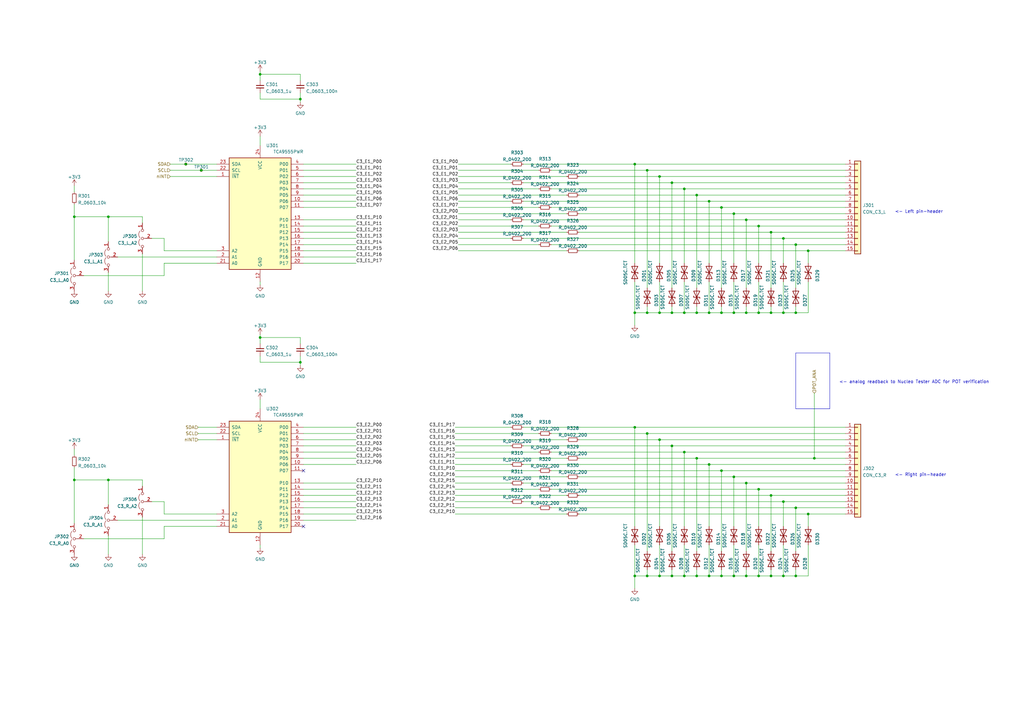
<source format=kicad_sch>
(kicad_sch (version 20231120) (generator "eeschema") (generator_version "8.0")
  (paper "A3")
  (title_block (title "ClickBoard Tester") (date "2023-10-13") (rev "001") (company "Matthias Timo Finding"))
  (junction (at 321.31 205.74))
  (junction (at 285.75 236.22))
  (junction (at 265.43 128.27))
  (junction (at 270.51 72.39))
  (junction (at 295.91 85.09))
  (junction (at 285.75 187.96))
  (junction (at 280.67 185.42))
  (junction (at 285.75 80.01))
  (junction (at 44.45 196.85))
  (junction (at 280.67 77.47))
  (junction (at 290.83 190.5))
  (junction (at 316.23 236.22))
  (junction (at 44.45 88.9))
  (junction (at 334.01 187.96))
  (junction (at 326.39 236.22))
  (junction (at 295.91 236.22))
  (junction (at 316.23 203.2))
  (junction (at 106.68 30.48))
  (junction (at 311.15 200.66))
  (junction (at 76.2 67.31))
  (junction (at 306.07 236.22))
  (junction (at 280.67 236.22))
  (junction (at 311.15 236.22))
  (junction (at 265.43 177.8))
  (junction (at 306.07 128.27))
  (junction (at 331.47 210.82))
  (junction (at 300.99 236.22))
  (junction (at 300.99 128.27))
  (junction (at 316.23 95.25))
  (junction (at 321.31 236.22))
  (junction (at 123.19 40.64))
  (junction (at 275.59 74.93))
  (junction (at 270.51 128.27))
  (junction (at 295.91 193.04))
  (junction (at 290.83 236.22))
  (junction (at 300.99 87.63))
  (junction (at 275.59 182.88))
  (junction (at 30.48 88.9))
  (junction (at 321.31 128.27))
  (junction (at 82.55 69.85))
  (junction (at 30.48 196.85))
  (junction (at 326.39 208.28))
  (junction (at 326.39 100.33))
  (junction (at 290.83 82.55))
  (junction (at 270.51 236.22))
  (junction (at 270.51 180.34))
  (junction (at 300.99 195.58))
  (junction (at 275.59 236.22))
  (junction (at 260.35 175.26))
  (junction (at 106.68 138.43))
  (junction (at 306.07 198.12))
  (junction (at 260.35 67.31))
  (junction (at 295.91 128.27))
  (junction (at 316.23 128.27))
  (junction (at 260.35 128.27))
  (junction (at 260.35 236.22))
  (junction (at 326.39 128.27))
  (junction (at 311.15 92.71))
  (junction (at 285.75 128.27))
  (junction (at 331.47 102.87))
  (junction (at 265.43 69.85))
  (junction (at 290.83 128.27))
  (junction (at 123.19 148.59))
  (junction (at 311.15 128.27))
  (junction (at 265.43 236.22))
  (junction (at 280.67 128.27))
  (junction (at 275.59 128.27))
  (junction (at 306.07 90.17))
  (junction (at 321.31 97.79))
  (no_connect (at 124.46 215.9))
  (no_connect (at 124.46 193.04))
  (wire (pts (xy 260.35 175.26) (xy 260.35 215.9)))
  (wire (pts (xy 214.63 175.26) (xy 260.35 175.26)))
  (wire (pts (xy 316.23 128.27) (xy 311.15 128.27)))
  (wire (pts (xy 187.96 72.39) (xy 232.41 72.39)))
  (wire (pts (xy 226.06 193.04) (xy 295.91 193.04)))
  (wire (pts (xy 124.46 69.85) (xy 146.05 69.85)))
  (wire (pts (xy 124.46 200.66) (xy 146.05 200.66)))
  (wire (pts (xy 290.83 115.57) (xy 290.83 128.27)))
  (wire (pts (xy 334.01 161.29) (xy 334.01 187.96)))
  (wire (pts (xy 270.51 180.34) (xy 270.51 215.9)))
  (wire (pts (xy 124.46 74.93) (xy 146.05 74.93)))
  (wire (pts (xy 124.46 100.33) (xy 146.05 100.33)))
  (wire (pts (xy 290.83 128.27) (xy 285.75 128.27)))
  (wire (pts (xy 214.63 90.17) (xy 306.07 90.17)))
  (wire (pts (xy 187.96 87.63) (xy 232.41 87.63)))
  (wire (pts (xy 280.67 223.52) (xy 280.67 236.22)))
  (wire (pts (xy 106.68 223.52) (xy 106.68 224.79)))
  (wire (pts (xy 44.45 88.9) (xy 58.42 88.9)))
  (wire (pts (xy 124.46 177.8) (xy 146.05 177.8)))
  (wire (pts (xy 186.69 180.34) (xy 232.41 180.34)))
  (wire (pts (xy 265.43 177.8) (xy 346.71 177.8)))
  (wire (pts (xy 311.15 200.66) (xy 346.71 200.66)))
  (wire (pts (xy 48.26 213.36) (xy 88.9 213.36)))
  (wire (pts (xy 62.23 97.79) (xy 67.31 97.79)))
  (wire (pts (xy 331.47 115.57) (xy 331.47 128.27)))
  (wire (pts (xy 311.15 128.27) (xy 306.07 128.27)))
  (wire (pts (xy 346.71 87.63) (xy 300.99 87.63)))
  (wire (pts (xy 44.45 219.71) (xy 44.45 227.33)))
  (wire (pts (xy 214.63 198.12) (xy 306.07 198.12)))
  (wire (pts (xy 124.46 208.28) (xy 146.05 208.28)))
  (wire (pts (xy 326.39 125.73) (xy 326.39 128.27)))
  (wire (pts (xy 186.69 210.82) (xy 232.41 210.82)))
  (wire (pts (xy 124.46 97.79) (xy 146.05 97.79)))
  (wire (pts (xy 290.83 190.5) (xy 346.71 190.5)))
  (wire (pts (xy 226.06 85.09) (xy 295.91 85.09)))
  (wire (pts (xy 285.75 226.06) (xy 285.75 187.96)))
  (wire (pts (xy 346.71 102.87) (xy 331.47 102.87)))
  (wire (pts (xy 270.51 223.52) (xy 270.51 236.22)))
  (wire (pts (xy 316.23 233.68) (xy 316.23 236.22)))
  (wire (pts (xy 270.51 236.22) (xy 265.43 236.22)))
  (wire (pts (xy 326.39 236.22) (xy 331.47 236.22)))
  (wire (pts (xy 123.19 148.59) (xy 123.19 149.86)))
  (wire (pts (xy 321.31 223.52) (xy 321.31 236.22)))
  (wire (pts (xy 275.59 182.88) (xy 275.59 226.06)))
  (polyline (pts (xy 326.39 144.78) (xy 340.36 144.78)))
  (wire (pts (xy 311.15 115.57) (xy 311.15 128.27)))
  (wire (pts (xy 237.49 80.01) (xy 285.75 80.01)))
  (wire (pts (xy 124.46 92.71) (xy 146.05 92.71)))
  (wire (pts (xy 67.31 102.87) (xy 88.9 102.87)))
  (wire (pts (xy 326.39 208.28) (xy 346.71 208.28)))
  (wire (pts (xy 76.2 67.31) (xy 88.9 67.31)))
  (wire (pts (xy 306.07 128.27) (xy 300.99 128.27)))
  (wire (pts (xy 186.69 177.8) (xy 220.98 177.8)))
  (wire (pts (xy 270.51 180.34) (xy 346.71 180.34)))
  (wire (pts (xy 214.63 190.5) (xy 290.83 190.5)))
  (wire (pts (xy 295.91 193.04) (xy 346.71 193.04)))
  (wire (pts (xy 260.35 128.27) (xy 260.35 133.35)))
  (wire (pts (xy 214.63 74.93) (xy 275.59 74.93)))
  (wire (pts (xy 285.75 80.01) (xy 346.71 80.01)))
  (wire (pts (xy 214.63 205.74) (xy 321.31 205.74)))
  (wire (pts (xy 187.96 90.17) (xy 209.55 90.17)))
  (wire (pts (xy 187.96 80.01) (xy 232.41 80.01)))
  (wire (pts (xy 331.47 223.52) (xy 331.47 236.22)))
  (wire (pts (xy 69.85 72.39) (xy 88.9 72.39)))
  (wire (pts (xy 124.46 205.74) (xy 146.05 205.74)))
  (wire (pts (xy 326.39 100.33) (xy 346.71 100.33)))
  (wire (pts (xy 270.51 72.39) (xy 270.51 107.95)))
  (wire (pts (xy 44.45 111.76) (xy 44.45 119.38)))
  (wire (pts (xy 124.46 190.5) (xy 146.05 190.5)))
  (wire (pts (xy 306.07 236.22) (xy 300.99 236.22)))
  (wire (pts (xy 81.28 177.8) (xy 88.9 177.8)))
  (wire (pts (xy 123.19 40.64) (xy 123.19 38.1)))
  (wire (pts (xy 237.49 87.63) (xy 300.99 87.63)))
  (wire (pts (xy 81.28 180.34) (xy 88.9 180.34)))
  (wire (pts (xy 106.68 115.57) (xy 106.68 116.84)))
  (wire (pts (xy 124.46 82.55) (xy 146.05 82.55)))
  (wire (pts (xy 306.07 90.17) (xy 306.07 118.11)))
  (wire (pts (xy 306.07 233.68) (xy 306.07 236.22)))
  (wire (pts (xy 280.67 77.47) (xy 346.71 77.47)))
  (wire (pts (xy 58.42 104.14) (xy 58.42 119.38)))
  (wire (pts (xy 321.31 205.74) (xy 321.31 215.9)))
  (wire (pts (xy 237.49 102.87) (xy 331.47 102.87)))
  (wire (pts (xy 280.67 185.42) (xy 280.67 215.9)))
  (wire (pts (xy 295.91 125.73) (xy 295.91 128.27)))
  (wire (pts (xy 58.42 199.39) (xy 58.42 196.85)))
  (wire (pts (xy 124.46 67.31) (xy 146.05 67.31)))
  (wire (pts (xy 300.99 87.63) (xy 300.99 107.95)))
  (wire (pts (xy 316.23 203.2) (xy 316.23 226.06)))
  (wire (pts (xy 214.63 82.55) (xy 290.83 82.55)))
  (wire (pts (xy 214.63 97.79) (xy 321.31 97.79)))
  (wire (pts (xy 237.49 203.2) (xy 316.23 203.2)))
  (wire (pts (xy 285.75 128.27) (xy 280.67 128.27)))
  (wire (pts (xy 186.69 198.12) (xy 209.55 198.12)))
  (wire (pts (xy 187.96 97.79) (xy 209.55 97.79)))
  (wire (pts (xy 214.63 67.31) (xy 260.35 67.31)))
  (wire (pts (xy 275.59 128.27) (xy 280.67 128.27)))
  (wire (pts (xy 186.69 195.58) (xy 232.41 195.58)))
  (wire (pts (xy 123.19 138.43) (xy 106.68 138.43)))
  (wire (pts (xy 124.46 95.25) (xy 146.05 95.25)))
  (wire (pts (xy 67.31 210.82) (xy 67.31 205.74)))
  (wire (pts (xy 346.71 210.82) (xy 331.47 210.82)))
  (wire (pts (xy 226.06 69.85) (xy 265.43 69.85)))
  (wire (pts (xy 187.96 67.31) (xy 209.55 67.31)))
  (wire (pts (xy 187.96 102.87) (xy 232.41 102.87)))
  (wire (pts (xy 186.69 208.28) (xy 220.98 208.28)))
  (wire (pts (xy 106.68 138.43) (xy 106.68 140.97)))
  (wire (pts (xy 321.31 236.22) (xy 326.39 236.22)))
  (wire (pts (xy 331.47 210.82) (xy 331.47 215.9)))
  (wire (pts (xy 326.39 128.27) (xy 331.47 128.27)))
  (polyline (pts (xy 340.36 144.78) (xy 340.36 167.64)))
  (wire (pts (xy 186.69 182.88) (xy 209.55 182.88)))
  (wire (pts (xy 123.19 148.59) (xy 123.19 146.05)))
  (wire (pts (xy 290.83 223.52) (xy 290.83 236.22)))
  (wire (pts (xy 275.59 182.88) (xy 346.71 182.88)))
  (wire (pts (xy 124.46 90.17) (xy 146.05 90.17)))
  (wire (pts (xy 124.46 107.95) (xy 146.05 107.95)))
  (wire (pts (xy 124.46 180.34) (xy 146.05 180.34)))
  (wire (pts (xy 326.39 233.68) (xy 326.39 236.22)))
  (wire (pts (xy 295.91 193.04) (xy 295.91 226.06)))
  (wire (pts (xy 306.07 90.17) (xy 346.71 90.17)))
  (wire (pts (xy 186.69 185.42) (xy 220.98 185.42)))
  (wire (pts (xy 290.83 82.55) (xy 346.71 82.55)))
  (wire (pts (xy 34.29 113.03) (xy 67.31 113.03)))
  (wire (pts (xy 260.35 115.57) (xy 260.35 128.27)))
  (wire (pts (xy 187.96 85.09) (xy 220.98 85.09)))
  (wire (pts (xy 214.63 182.88) (xy 275.59 182.88)))
  (wire (pts (xy 124.46 187.96) (xy 146.05 187.96)))
  (wire (pts (xy 226.06 92.71) (xy 311.15 92.71)))
  (wire (pts (xy 44.45 196.85) (xy 58.42 196.85)))
  (wire (pts (xy 124.46 213.36) (xy 146.05 213.36)))
  (wire (pts (xy 82.55 69.85) (xy 88.9 69.85)))
  (wire (pts (xy 306.07 125.73) (xy 306.07 128.27)))
  (wire (pts (xy 237.49 72.39) (xy 270.51 72.39)))
  (wire (pts (xy 30.48 78.74) (xy 30.48 76.2)))
  (wire (pts (xy 285.75 187.96) (xy 334.01 187.96)))
  (wire (pts (xy 67.31 210.82) (xy 88.9 210.82)))
  (wire (pts (xy 123.19 30.48) (xy 106.68 30.48)))
  (wire (pts (xy 311.15 92.71) (xy 311.15 107.95)))
  (wire (pts (xy 321.31 128.27) (xy 326.39 128.27)))
  (wire (pts (xy 226.06 208.28) (xy 326.39 208.28)))
  (wire (pts (xy 316.23 125.73) (xy 316.23 128.27)))
  (wire (pts (xy 265.43 233.68) (xy 265.43 236.22)))
  (wire (pts (xy 106.68 29.21) (xy 106.68 30.48)))
  (wire (pts (xy 124.46 185.42) (xy 146.05 185.42)))
  (wire (pts (xy 187.96 69.85) (xy 220.98 69.85)))
  (wire (pts (xy 44.45 196.85) (xy 44.45 207.01)))
  (wire (pts (xy 265.43 177.8) (xy 265.43 226.06)))
  (wire (pts (xy 226.06 185.42) (xy 280.67 185.42)))
  (wire (pts (xy 106.68 40.64) (xy 123.19 40.64)))
  (wire (pts (xy 30.48 214.63) (xy 30.48 196.85)))
  (wire (pts (xy 226.06 77.47) (xy 280.67 77.47)))
  (wire (pts (xy 265.43 128.27) (xy 260.35 128.27)))
  (wire (pts (xy 124.46 182.88) (xy 146.05 182.88)))
  (wire (pts (xy 316.23 203.2) (xy 346.71 203.2)))
  (wire (pts (xy 58.42 212.09) (xy 58.42 227.33)))
  (wire (pts (xy 280.67 77.47) (xy 280.67 107.95)))
  (wire (pts (xy 260.35 223.52) (xy 260.35 236.22)))
  (wire (pts (xy 237.49 180.34) (xy 270.51 180.34)))
  (wire (pts (xy 300.99 128.27) (xy 295.91 128.27)))
  (wire (pts (xy 260.35 67.31) (xy 346.71 67.31)))
  (wire (pts (xy 316.23 236.22) (xy 311.15 236.22)))
  (wire (pts (xy 67.31 102.87) (xy 67.31 97.79)))
  (wire (pts (xy 346.71 195.58) (xy 300.99 195.58)))
  (polyline (pts (xy 340.36 167.64) (xy 326.39 167.64)))
  (wire (pts (xy 81.28 175.26) (xy 88.9 175.26)))
  (wire (pts (xy 67.31 215.9) (xy 67.31 220.98)))
  (polyline (pts (xy 326.39 167.64) (xy 326.39 144.78)))
  (wire (pts (xy 226.06 100.33) (xy 326.39 100.33)))
  (wire (pts (xy 300.99 195.58) (xy 300.99 215.9)))
  (wire (pts (xy 260.35 175.26) (xy 346.71 175.26)))
  (wire (pts (xy 237.49 195.58) (xy 300.99 195.58)))
  (wire (pts (xy 44.45 88.9) (xy 44.45 99.06)))
  (wire (pts (xy 106.68 148.59) (xy 123.19 148.59)))
  (wire (pts (xy 106.68 146.05) (xy 106.68 148.59)))
  (wire (pts (xy 34.29 220.98) (xy 67.31 220.98)))
  (wire (pts (xy 290.83 190.5) (xy 290.83 215.9)))
  (wire (pts (xy 124.46 210.82) (xy 146.05 210.82)))
  (wire (pts (xy 226.06 200.66) (xy 311.15 200.66)))
  (wire (pts (xy 321.31 115.57) (xy 321.31 128.27)))
  (wire (pts (xy 48.26 105.41) (xy 88.9 105.41)))
  (wire (pts (xy 30.48 186.69) (xy 30.48 184.15)))
  (wire (pts (xy 285.75 236.22) (xy 280.67 236.22)))
  (wire (pts (xy 123.19 33.02) (xy 123.19 30.48)))
  (wire (pts (xy 124.46 105.41) (xy 146.05 105.41)))
  (wire (pts (xy 67.31 107.95) (xy 88.9 107.95)))
  (wire (pts (xy 30.48 106.68) (xy 30.48 88.9)))
  (wire (pts (xy 270.51 128.27) (xy 265.43 128.27)))
  (wire (pts (xy 187.96 100.33) (xy 220.98 100.33)))
  (wire (pts (xy 326.39 100.33) (xy 326.39 118.11)))
  (wire (pts (xy 69.85 67.31) (xy 76.2 67.31)))
  (wire (pts (xy 186.69 200.66) (xy 220.98 200.66)))
  (wire (pts (xy 295.91 85.09) (xy 346.71 85.09)))
  (wire (pts (xy 123.19 40.64) (xy 123.19 41.91)))
  (wire (pts (xy 346.71 205.74) (xy 321.31 205.74)))
  (wire (pts (xy 30.48 196.85) (xy 44.45 196.85)))
  (wire (pts (xy 30.48 196.85) (xy 30.48 191.77)))
  (wire (pts (xy 270.51 115.57) (xy 270.51 128.27)))
  (wire (pts (xy 331.47 102.87) (xy 331.47 107.95)))
  (wire (pts (xy 62.23 205.74) (xy 67.31 205.74)))
  (wire (pts (xy 226.06 177.8) (xy 265.43 177.8)))
  (wire (pts (xy 260.35 67.31) (xy 260.35 107.95)))
  (wire (pts (xy 187.96 95.25) (xy 232.41 95.25)))
  (wire (pts (xy 124.46 102.87) (xy 146.05 102.87)))
  (wire (pts (xy 311.15 200.66) (xy 311.15 215.9)))
  (wire (pts (xy 321.31 97.79) (xy 321.31 107.95)))
  (wire (pts (xy 270.51 72.39) (xy 346.71 72.39)))
  (wire (pts (xy 290.83 82.55) (xy 290.83 107.95)))
  (wire (pts (xy 326.39 208.28) (xy 326.39 226.06)))
  (wire (pts (xy 265.43 69.85) (xy 346.71 69.85)))
  (wire (pts (xy 67.31 107.95) (xy 67.31 113.03)))
  (wire (pts (xy 311.15 236.22) (xy 306.07 236.22)))
  (wire (pts (xy 270.51 236.22) (xy 275.59 236.22)))
  (wire (pts (xy 124.46 72.39) (xy 146.05 72.39)))
  (wire (pts (xy 285.75 118.11) (xy 285.75 80.01)))
  (wire (pts (xy 300.99 236.22) (xy 295.91 236.22)))
  (wire (pts (xy 186.69 175.26) (xy 209.55 175.26)))
  (wire (pts (xy 186.69 190.5) (xy 209.55 190.5)))
  (wire (pts (xy 124.46 175.26) (xy 146.05 175.26)))
  (wire (pts (xy 124.46 85.09) (xy 146.05 85.09)))
  (wire (pts (xy 334.01 187.96) (xy 346.71 187.96)))
  (wire (pts (xy 265.43 236.22) (xy 260.35 236.22)))
  (wire (pts (xy 306.07 198.12) (xy 306.07 226.06)))
  (wire (pts (xy 270.51 128.27) (xy 275.59 128.27)))
  (wire (pts (xy 300.99 115.57) (xy 300.99 128.27)))
  (wire (pts (xy 321.31 128.27) (xy 316.23 128.27)))
  (wire (pts (xy 285.75 125.73) (xy 285.75 128.27)))
  (wire (pts (xy 237.49 210.82) (xy 331.47 210.82)))
  (wire (pts (xy 306.07 198.12) (xy 346.71 198.12)))
  (wire (pts (xy 316.23 95.25) (xy 316.23 118.11)))
  (wire (pts (xy 311.15 223.52) (xy 311.15 236.22)))
  (wire (pts (xy 123.19 140.97) (xy 123.19 138.43)))
  (wire (pts (xy 124.46 80.01) (xy 146.05 80.01)))
  (wire (pts (xy 187.96 74.93) (xy 209.55 74.93)))
  (wire (pts (xy 106.68 163.83) (xy 106.68 167.64)))
  (wire (pts (xy 124.46 198.12) (xy 146.05 198.12)))
  (wire (pts (xy 58.42 91.44) (xy 58.42 88.9)))
  (wire (pts (xy 30.48 88.9) (xy 44.45 88.9)))
  (wire (pts (xy 275.59 74.93) (xy 275.59 118.11)))
  (wire (pts (xy 321.31 236.22) (xy 316.23 236.22)))
  (wire (pts (xy 275.59 125.73) (xy 275.59 128.27)))
  (wire (pts (xy 295.91 233.68) (xy 295.91 236.22)))
  (wire (pts (xy 316.23 95.25) (xy 346.71 95.25)))
  (wire (pts (xy 260.35 236.22) (xy 260.35 241.3)))
  (wire (pts (xy 186.69 193.04) (xy 220.98 193.04)))
  (wire (pts (xy 285.75 233.68) (xy 285.75 236.22)))
  (wire (pts (xy 237.49 95.25) (xy 316.23 95.25)))
  (wire (pts (xy 311.15 92.71) (xy 346.71 92.71)))
  (wire (pts (xy 187.96 92.71) (xy 220.98 92.71)))
  (wire (pts (xy 237.49 187.96) (xy 285.75 187.96)))
  (wire (pts (xy 124.46 203.2) (xy 146.05 203.2)))
  (wire (pts (xy 67.31 215.9) (xy 88.9 215.9)))
  (wire (pts (xy 186.69 203.2) (xy 232.41 203.2)))
  (wire (pts (xy 275.59 233.68) (xy 275.59 236.22)))
  (wire (pts (xy 290.83 236.22) (xy 285.75 236.22)))
  (wire (pts (xy 124.46 77.47) (xy 146.05 77.47)))
  (wire (pts (xy 265.43 125.73) (xy 265.43 128.27)))
  (wire (pts (xy 275.59 74.93) (xy 346.71 74.93)))
  (wire (pts (xy 295.91 85.09) (xy 295.91 118.11)))
  (wire (pts (xy 346.71 97.79) (xy 321.31 97.79)))
  (wire (pts (xy 295.91 236.22) (xy 290.83 236.22)))
  (wire (pts (xy 300.99 223.52) (xy 300.99 236.22)))
  (wire (pts (xy 69.85 69.85) (xy 82.55 69.85)))
  (wire (pts (xy 295.91 128.27) (xy 290.83 128.27)))
  (wire (pts (xy 186.69 205.74) (xy 209.55 205.74)))
  (wire (pts (xy 275.59 236.22) (xy 280.67 236.22)))
  (wire (pts (xy 30.48 88.9) (xy 30.48 83.82)))
  (wire (pts (xy 186.69 187.96) (xy 232.41 187.96)))
  (wire (pts (xy 265.43 69.85) (xy 265.43 118.11)))
  (wire (pts (xy 280.67 115.57) (xy 280.67 128.27)))
  (wire (pts (xy 106.68 55.88) (xy 106.68 59.69)))
  (wire (pts (xy 106.68 30.48) (xy 106.68 33.02)))
  (wire (pts (xy 106.68 38.1) (xy 106.68 40.64)))
  (wire (pts (xy 187.96 82.55) (xy 209.55 82.55)))
  (wire (pts (xy 106.68 137.16) (xy 106.68 138.43)))
  (wire (pts (xy 280.67 185.42) (xy 346.71 185.42)))
  (wire (pts (xy 187.96 77.47) (xy 220.98 77.47)))
  (text "<- Right pin-header\n" (at 367.03 195.58 0) (effects (font (size 1.27 1.27)) (justify left bottom)))
  (text "<- Left pin-header\n" (at 367.03 87.63 0) (effects (font (size 1.27 1.27)) (justify left bottom)))
  (text "<- analog readback to Nucleo Tester ADC for POT verification\n" (at 344.17 157.48 0) (effects (font (size 1.27 1.27)) (justify left bottom)))
  (label "C3_E1_P03" (at 187.96 74.93 180))
  (label "C3_E1_P15" (at 146.05 102.87 0))
  (label "C3_E2_P15" (at 186.69 198.12 180))
  (label "C3_E1_P04" (at 187.96 77.47 180))
  (label "C3_E2_P03" (at 146.05 182.88 0))
  (label "C3_E2_P16" (at 146.05 213.36 0))
  (label "C3_E1_P15" (at 186.69 180.34 180))
  (label "C3_E1_P17" (at 186.69 175.26 180))
  (label "C3_E1_P06" (at 187.96 82.55 180))
  (label "C3_E2_P10" (at 186.69 210.82 180))
  (label "C3_E2_P16" (at 186.69 195.58 180))
  (label "C3_E2_P06" (at 187.96 102.87 180))
  (label "C3_E2_P14" (at 146.05 208.28 0))
  (label "C3_E2_P12" (at 186.69 205.74 180))
  (label "C3_E2_P14" (at 186.69 200.66 180))
  (label "C3_E2_P10" (at 146.05 198.12 0))
  (label "C3_E2_P13" (at 186.69 203.2 180))
  (label "C3_E1_P14" (at 186.69 182.88 180))
  (label "C3_E2_P12" (at 146.05 203.2 0))
  (label "C3_E1_P03" (at 146.05 74.93 0))
  (label "C3_E1_P00" (at 187.96 67.31 180))
  (label "C3_E2_P04" (at 187.96 97.79 180))
  (label "C3_E2_P00" (at 146.05 175.26 0))
  (label "C3_E2_P02" (at 187.96 92.71 180))
  (label "C3_E1_P06" (at 146.05 82.55 0))
  (label "C3_E1_P00" (at 146.05 67.31 0))
  (label "C3_E1_P02" (at 146.05 72.39 0))
  (label "C3_E2_P02" (at 146.05 180.34 0))
  (label "C3_E1_P02" (at 187.96 72.39 180))
  (label "C3_E1_P13" (at 186.69 185.42 180))
  (label "C3_E1_P07" (at 187.96 85.09 180))
  (label "C3_E2_P15" (at 146.05 210.82 0))
  (label "C3_E1_P12" (at 186.69 187.96 180))
  (label "C3_E1_P07" (at 146.05 85.09 0))
  (label "C3_E1_P12" (at 146.05 95.25 0))
  (label "C3_E2_P11" (at 186.69 208.28 180))
  (label "C3_E2_P03" (at 187.96 95.25 180))
  (label "C3_E1_P11" (at 186.69 190.5 180))
  (label "C3_E1_P05" (at 146.05 80.01 0))
  (label "C3_E2_P01" (at 146.05 177.8 0))
  (label "C3_E1_P10" (at 186.69 193.04 180))
  (label "C3_E1_P13" (at 146.05 97.79 0))
  (label "C3_E2_P00" (at 187.96 87.63 180))
  (label "C3_E2_P01" (at 187.96 90.17 180))
  (label "C3_E2_P05" (at 187.96 100.33 180))
  (label "C3_E1_P14" (at 146.05 100.33 0))
  (label "C3_E1_P16" (at 146.05 105.41 0))
  (label "C3_E1_P17" (at 146.05 107.95 0))
  (label "C3_E1_P10" (at 146.05 90.17 0))
  (label "C3_E1_P01" (at 146.05 69.85 0))
  (label "C3_E1_P05" (at 187.96 80.01 180))
  (label "C3_E1_P04" (at 146.05 77.47 0))
  (label "C3_E2_P06" (at 146.05 190.5 0))
  (label "C3_E1_P16" (at 186.69 177.8 180))
  (label "C3_E2_P13" (at 146.05 205.74 0))
  (label "C3_E1_P11" (at 146.05 92.71 0))
  (label "C3_E1_P01" (at 187.96 69.85 180))
  (label "C3_E2_P04" (at 146.05 185.42 0))
  (label "C3_E2_P11" (at 146.05 200.66 0))
  (label "C3_E2_P05" (at 146.05 187.96 0))
  (hierarchical_label "nINT" (shape input) (at 81.28 180.34 180))
  (hierarchical_label "POT_ANA" (shape input) (at 334.01 161.29 90))
  (hierarchical_label "SDA" (shape input) (at 81.28 175.26 180))
  (hierarchical_label "SCL" (shape input) (at 69.85 69.85 180))
  (hierarchical_label "SCL" (shape input) (at 81.28 177.8 180))
  (hierarchical_label "nINT" (shape input) (at 69.85 72.39 180))
  (hierarchical_label "SDA" (shape input) (at 69.85 67.31 180))
  (symbol (lib_id "JLCPCB_Resistors_Basic:R_0402_200") (at 212.09 175.26 90) (unit 1)
    (property "Reference" "R308" (at 212.09 170.5569 90))
    (property "Value" "R_0402_200" (at 212.09 173.332 90))
    (property "Footprint" "Resistor_SMD:R_0402_1005Metric" (effects (hide yes)))
    (property "Datasheet" "https://datasheet.lcsc.com/lcsc/2110252230_UNI-ROYAL-Uniroyal-Elec-0402WGF2000TCE_C25087.pdf" (effects (hide yes)))
    (property "LCSC Part #" "C25087" (effects (hide yes)))
  )
  (symbol (lib_id "JLCPCB_Resistors_Basic:R_0603_10k") (at 30.48 81.28 0) (unit 1)
    (property "Reference" "R301" (at 31.9786 80.3715 0) (effects (justify left)))
    (property "Value" "R_0603_10k" (at 31.9786 83.1466 0) (effects (justify left)))
    (property "Footprint" "Resistor_SMD:R_0603_1608Metric" (effects (hide yes)))
    (property "Datasheet" "https://datasheet.lcsc.com/lcsc/2110260030_UNI-ROYAL-Uniroyal-Elec-0603WAF1002T5E_C25804.pdf" (effects (hide yes)))
    (property "LCSC Part #" "C25804" (effects (hide yes)))
  )
  (symbol (lib_id "JLCPCB_Resistors_Basic:R_0402_200") (at 212.09 74.93 90) (unit 1)
    (property "Reference" "R304" (at 212.09 70.2269 90))
    (property "Value" "R_0402_200" (at 212.09 73.002 90))
    (property "Footprint" "Resistor_SMD:R_0402_1005Metric" (effects (hide yes)))
    (property "Datasheet" "https://datasheet.lcsc.com/lcsc/2110252230_UNI-ROYAL-Uniroyal-Elec-0402WGF2000TCE_C25087.pdf" (effects (hide yes)))
    (property "LCSC Part #" "C25087" (effects (hide yes)))
  )
  (symbol (lib_id "power:GND") (at 44.45 119.38 0) (unit 1)
    (property "Reference" "#PWR0305" (effects (hide yes)))
    (property "Value" "GND" (at 44.45 123.9425 0))
  )
  (symbol (lib_id "Device:D_TVS") (at 316.23 229.87 90) (unit 1)
    (property "Reference" "D324" (at 320.04 228.6 0) (effects (justify right)))
    (property "Value" "SD05C.TCT" (at 312.42 224.79 0) (effects (justify right)))
    (property "Footprint" "Diode_SMD:D_SOD-323_HandSoldering" (effects (hide yes)))
    (property "LCSC Part #" "C85200" (effects (hide yes)))
  )
  (symbol (lib_id "JLCPCB_Resistors_Basic:R_0402_200") (at 234.95 180.34 90) (unit 1)
    (property "Reference" "R328" (at 234.95 175.6369 90))
    (property "Value" "R_0402_200" (at 234.95 178.412 90))
    (property "Footprint" "Resistor_SMD:R_0402_1005Metric" (effects (hide yes)))
    (property "Datasheet" "https://datasheet.lcsc.com/lcsc/2110252230_UNI-ROYAL-Uniroyal-Elec-0402WGF2000TCE_C25087.pdf" (effects (hide yes)))
    (property "LCSC Part #" "C25087" (effects (hide yes)))
  )
  (symbol (lib_id "Device:D_TVS") (at 260.35 219.71 90) (unit 1)
    (property "Reference" "D302" (at 264.16 218.44 0) (effects (justify right)))
    (property "Value" "SD05C.TCT" (at 256.54 214.63 0) (effects (justify right)))
    (property "Footprint" "Diode_SMD:D_SOD-323_HandSoldering" (effects (hide yes)))
    (property "LCSC Part #" "C85200" (effects (hide yes)))
  )
  (symbol (lib_id "JLCPCB_Resistors_Basic:R_0402_200") (at 212.09 82.55 90) (unit 1)
    (property "Reference" "R305" (at 212.09 77.8469 90))
    (property "Value" "R_0402_200" (at 212.09 80.622 90))
    (property "Footprint" "Resistor_SMD:R_0402_1005Metric" (effects (hide yes)))
    (property "Datasheet" "https://datasheet.lcsc.com/lcsc/2110252230_UNI-ROYAL-Uniroyal-Elec-0402WGF2000TCE_C25087.pdf" (effects (hide yes)))
    (property "LCSC Part #" "C25087" (effects (hide yes)))
  )
  (symbol (lib_id "JLCPCB_Resistors_Basic:R_0402_200") (at 223.52 208.28 90) (unit 1)
    (property "Reference" "R322" (at 223.52 203.5769 90))
    (property "Value" "R_0402_200" (at 223.52 206.352 90))
    (property "Footprint" "Resistor_SMD:R_0402_1005Metric" (effects (hide yes)))
    (property "Datasheet" "https://datasheet.lcsc.com/lcsc/2110252230_UNI-ROYAL-Uniroyal-Elec-0402WGF2000TCE_C25087.pdf" (effects (hide yes)))
    (property "LCSC Part #" "C25087" (effects (hide yes)))
  )
  (symbol (lib_id "Device:D_TVS") (at 265.43 121.92 90) (unit 1)
    (property "Reference" "D303" (at 269.24 120.65 0) (effects (justify right)))
    (property "Value" "SD05C.TCT" (at 261.62 116.84 0) (effects (justify right)))
    (property "Footprint" "Diode_SMD:D_SOD-323_HandSoldering" (effects (hide yes)))
    (property "LCSC Part #" "C85200" (effects (hide yes)))
  )
  (symbol (lib_id "JLCPCB_Capacitors_Basic:C_0603_100n") (at 123.19 143.51 0) (unit 1)
    (property "Reference" "C304" (at 125.5141 142.6015 0) (effects (justify left)))
    (property "Value" "C_0603_100n" (at 125.5141 145.3766 0) (effects (justify left)))
    (property "Footprint" "Capacitor_SMD:C_0603_1608Metric" (effects (hide yes)))
    (property "Datasheet" "https://datasheet.lcsc.com/lcsc/1809301912_YAGEO-CC0603KRX7R9BB104_C14663.pdf" (effects (hide yes)))
    (property "LCSC Part #" "C14663" (effects (hide yes)))
  )
  (symbol (lib_id "JLCPCB_Resistors_Basic:R_0402_200") (at 223.52 185.42 90) (unit 1)
    (property "Reference" "R319" (at 223.52 180.7169 90))
    (property "Value" "R_0402_200" (at 223.52 183.492 90))
    (property "Footprint" "Resistor_SMD:R_0402_1005Metric" (effects (hide yes)))
    (property "Datasheet" "https://datasheet.lcsc.com/lcsc/2110252230_UNI-ROYAL-Uniroyal-Elec-0402WGF2000TCE_C25087.pdf" (effects (hide yes)))
    (property "LCSC Part #" "C25087" (effects (hide yes)))
  )
  (symbol (lib_id "Device:D_TVS") (at 306.07 229.87 90) (unit 1)
    (property "Reference" "D320" (at 309.88 228.6 0) (effects (justify right)))
    (property "Value" "SD05C.TCT" (at 302.26 224.79 0) (effects (justify right)))
    (property "Footprint" "Diode_SMD:D_SOD-323_HandSoldering" (effects (hide yes)))
    (property "LCSC Part #" "C85200" (effects (hide yes)))
  )
  (symbol (lib_id "Device:D_TVS") (at 270.51 111.76 90) (unit 1)
    (property "Reference" "D305" (at 274.32 110.49 0) (effects (justify right)))
    (property "Value" "SD05C.TCT" (at 266.7 106.68 0) (effects (justify right)))
    (property "Footprint" "Diode_SMD:D_SOD-323_HandSoldering" (effects (hide yes)))
    (property "LCSC Part #" "C85200" (effects (hide yes)))
  )
  (symbol (lib_id "JLCPCB_Resistors_Basic:R_0402_200") (at 223.52 85.09 90) (unit 1)
    (property "Reference" "R315" (at 223.52 80.3869 90))
    (property "Value" "R_0402_200" (at 223.52 83.162 90))
    (property "Footprint" "Resistor_SMD:R_0402_1005Metric" (effects (hide yes)))
    (property "Datasheet" "https://datasheet.lcsc.com/lcsc/2110252230_UNI-ROYAL-Uniroyal-Elec-0402WGF2000TCE_C25087.pdf" (effects (hide yes)))
    (property "LCSC Part #" "C25087" (effects (hide yes)))
  )
  (symbol (lib_id "JLCPCB_Resistors_Basic:R_0402_200") (at 223.52 100.33 90) (unit 1)
    (property "Reference" "R317" (at 223.52 95.6269 90))
    (property "Value" "R_0402_200" (at 223.52 98.402 90))
    (property "Footprint" "Resistor_SMD:R_0402_1005Metric" (effects (hide yes)))
    (property "Datasheet" "https://datasheet.lcsc.com/lcsc/2110252230_UNI-ROYAL-Uniroyal-Elec-0402WGF2000TCE_C25087.pdf" (effects (hide yes)))
    (property "LCSC Part #" "C25087" (effects (hide yes)))
  )
  (symbol (lib_id "JLCPCB_Resistors_Basic:R_0402_200") (at 234.95 72.39 90) (unit 1)
    (property "Reference" "R323" (at 234.95 67.6869 90))
    (property "Value" "R_0402_200" (at 234.95 70.462 90))
    (property "Footprint" "Resistor_SMD:R_0402_1005Metric" (effects (hide yes)))
    (property "Datasheet" "https://datasheet.lcsc.com/lcsc/2110252230_UNI-ROYAL-Uniroyal-Elec-0402WGF2000TCE_C25087.pdf" (effects (hide yes)))
    (property "LCSC Part #" "C25087" (effects (hide yes)))
  )
  (symbol (lib_id "Connector:TestPoint_Small") (at 76.2 67.31 0) (unit 1)
    (property "Reference" "TP302" (at 73.2408 65.5983 0) (effects (justify left)))
    (property "Value" "TestPoint_Small" (effects (hide yes)))
    (property "Footprint" "TestPoint:TestPoint_Pad_D1.0mm" (effects (hide yes)))
  )
  (symbol (lib_id "JLCPCB_Resistors_Basic:R_0402_200") (at 234.95 80.01 90) (unit 1)
    (property "Reference" "R324" (at 234.95 75.3069 90))
    (property "Value" "R_0402_200" (at 234.95 78.082 90))
    (property "Footprint" "Resistor_SMD:R_0402_1005Metric" (effects (hide yes)))
    (property "Datasheet" "https://datasheet.lcsc.com/lcsc/2110252230_UNI-ROYAL-Uniroyal-Elec-0402WGF2000TCE_C25087.pdf" (effects (hide yes)))
    (property "LCSC Part #" "C25087" (effects (hide yes)))
  )
  (symbol (lib_id "power:GND") (at 260.35 133.35 0) (unit 1)
    (property "Reference" "#PWR0317" (effects (hide yes)))
    (property "Value" "GND" (at 260.35 137.9125 0))
  )
  (symbol (lib_id "Device:D_TVS") (at 300.99 219.71 90) (unit 1)
    (property "Reference" "D318" (at 304.8 218.44 0) (effects (justify right)))
    (property "Value" "SD05C.TCT" (at 297.18 214.63 0) (effects (justify right)))
    (property "Footprint" "Diode_SMD:D_SOD-323_HandSoldering" (effects (hide yes)))
    (property "LCSC Part #" "C85200" (effects (hide yes)))
  )
  (symbol (lib_id "JLCPCB_Resistors_Basic:R_0402_200") (at 234.95 195.58 90) (unit 1)
    (property "Reference" "R330" (at 234.95 190.8769 90))
    (property "Value" "R_0402_200" (at 234.95 193.652 90))
    (property "Footprint" "Resistor_SMD:R_0402_1005Metric" (effects (hide yes)))
    (property "Datasheet" "https://datasheet.lcsc.com/lcsc/2110252230_UNI-ROYAL-Uniroyal-Elec-0402WGF2000TCE_C25087.pdf" (effects (hide yes)))
    (property "LCSC Part #" "C25087" (effects (hide yes)))
  )
  (symbol (lib_id "JLCPCB_Resistors_Basic:R_0402_200") (at 223.52 193.04 90) (unit 1)
    (property "Reference" "R320" (at 223.52 188.3369 90))
    (property "Value" "R_0402_200" (at 223.52 191.112 90))
    (property "Footprint" "Resistor_SMD:R_0402_1005Metric" (effects (hide yes)))
    (property "Datasheet" "https://datasheet.lcsc.com/lcsc/2110252230_UNI-ROYAL-Uniroyal-Elec-0402WGF2000TCE_C25087.pdf" (effects (hide yes)))
    (property "LCSC Part #" "C25087" (effects (hide yes)))
  )
  (symbol (lib_id "Device:D_TVS") (at 295.91 229.87 90) (unit 1)
    (property "Reference" "D316" (at 299.72 228.6 0) (effects (justify right)))
    (property "Value" "SD05C.TCT" (at 292.1 224.79 0) (effects (justify right)))
    (property "Footprint" "Diode_SMD:D_SOD-323_HandSoldering" (effects (hide yes)))
    (property "LCSC Part #" "C85200" (effects (hide yes)))
  )
  (symbol (lib_id "JLCPCB_Resistors_Basic:R_0402_200") (at 212.09 97.79 90) (unit 1)
    (property "Reference" "R307" (at 212.09 93.0869 90))
    (property "Value" "R_0402_200" (at 212.09 95.862 90))
    (property "Footprint" "Resistor_SMD:R_0402_1005Metric" (effects (hide yes)))
    (property "Datasheet" "https://datasheet.lcsc.com/lcsc/2110252230_UNI-ROYAL-Uniroyal-Elec-0402WGF2000TCE_C25087.pdf" (effects (hide yes)))
    (property "LCSC Part #" "C25087" (effects (hide yes)))
  )
  (symbol (lib_id "Device:D_TVS") (at 311.15 219.71 90) (unit 1)
    (property "Reference" "D322" (at 314.96 218.44 0) (effects (justify right)))
    (property "Value" "SD05C.TCT" (at 307.34 214.63 0) (effects (justify right)))
    (property "Footprint" "Diode_SMD:D_SOD-323_HandSoldering" (effects (hide yes)))
    (property "LCSC Part #" "C85200" (effects (hide yes)))
  )
  (symbol (lib_id "power:+3V3") (at 106.68 137.16 0) (unit 1)
    (property "Reference" "#PWR0312" (effects (hide yes)))
    (property "Value" "+3V3" (at 106.68 133.5555 0))
  )
  (symbol (lib_id "Device:D_TVS") (at 285.75 229.87 90) (unit 1)
    (property "Reference" "D312" (at 289.56 228.6 0) (effects (justify right)))
    (property "Value" "SD05C.TCT" (at 281.94 224.79 0) (effects (justify right)))
    (property "Footprint" "Diode_SMD:D_SOD-323_HandSoldering" (effects (hide yes)))
    (property "LCSC Part #" "C85200" (effects (hide yes)))
  )
  (symbol (lib_id "Jumper:Jumper_3_Open") (at 44.45 105.41 90) (mirror x) (unit 1)
    (property "Reference" "JP303" (at 42.3158 104.5015 90) (effects (justify left)))
    (property "Value" "C3_L_A1" (at 42.3158 107.2766 90) (effects (justify left)))
    (property "Footprint" "Jumper:SolderJumper-3_P1.3mm_Open_RoundedPad1.0x1.5mm" (effects (hide yes)))
  )
  (symbol (lib_id "Device:D_TVS") (at 275.59 121.92 90) (unit 1)
    (property "Reference" "D307" (at 279.4 120.65 0) (effects (justify right)))
    (property "Value" "SD05C.TCT" (at 271.78 116.84 0) (effects (justify right)))
    (property "Footprint" "Diode_SMD:D_SOD-323_HandSoldering" (effects (hide yes)))
    (property "LCSC Part #" "C85200" (effects (hide yes)))
  )
  (symbol (lib_id "Device:D_TVS") (at 295.91 121.92 90) (unit 1)
    (property "Reference" "D315" (at 299.72 120.65 0) (effects (justify right)))
    (property "Value" "SD05C.TCT" (at 292.1 116.84 0) (effects (justify right)))
    (property "Footprint" "Diode_SMD:D_SOD-323_HandSoldering" (effects (hide yes)))
    (property "LCSC Part #" "C85200" (effects (hide yes)))
  )
  (symbol (lib_id "Device:D_TVS") (at 321.31 219.71 90) (unit 1)
    (property "Reference" "D326" (at 325.12 218.44 0) (effects (justify right)))
    (property "Value" "SD05C.TCT" (at 317.5 214.63 0) (effects (justify right)))
    (property "Footprint" "Diode_SMD:D_SOD-323_HandSoldering" (effects (hide yes)))
    (property "LCSC Part #" "C85200" (effects (hide yes)))
  )
  (symbol (lib_id "Connector:TestPoint_Small") (at 82.55 69.85 0) (unit 1)
    (property "Reference" "TP301" (at 79.5712 68.4326 0) (effects (justify left)))
    (property "Value" "TestPoint_Small" (effects (hide yes)))
    (property "Footprint" "TestPoint:TestPoint_Pad_D1.0mm" (effects (hide yes)))
  )
  (symbol (lib_id "JLCPCB_Resistors_Basic:R_0402_200") (at 234.95 203.2 90) (unit 1)
    (property "Reference" "R331" (at 234.95 198.4969 90))
    (property "Value" "R_0402_200" (at 234.95 201.272 90))
    (property "Footprint" "Resistor_SMD:R_0402_1005Metric" (effects (hide yes)))
    (property "Datasheet" "https://datasheet.lcsc.com/lcsc/2110252230_UNI-ROYAL-Uniroyal-Elec-0402WGF2000TCE_C25087.pdf" (effects (hide yes)))
    (property "LCSC Part #" "C25087" (effects (hide yes)))
  )
  (symbol (lib_id "Device:D_TVS") (at 280.67 111.76 90) (unit 1)
    (property "Reference" "D309" (at 284.48 110.49 0) (effects (justify right)))
    (property "Value" "SD05C.TCT" (at 276.86 106.68 0) (effects (justify right)))
    (property "Footprint" "Diode_SMD:D_SOD-323_HandSoldering" (effects (hide yes)))
    (property "LCSC Part #" "C85200" (effects (hide yes)))
  )
  (symbol (lib_id "power:GND") (at 123.19 149.86 0) (unit 1)
    (property "Reference" "#PWR0316" (effects (hide yes)))
    (property "Value" "GND" (at 123.19 154.4225 0))
  )
  (symbol (lib_id "JLCPCB_Resistors_Basic:R_0402_200") (at 223.52 177.8 90) (unit 1)
    (property "Reference" "R318" (at 223.52 173.0969 90))
    (property "Value" "R_0402_200" (at 223.52 175.872 90))
    (property "Footprint" "Resistor_SMD:R_0402_1005Metric" (effects (hide yes)))
    (property "Datasheet" "https://datasheet.lcsc.com/lcsc/2110252230_UNI-ROYAL-Uniroyal-Elec-0402WGF2000TCE_C25087.pdf" (effects (hide yes)))
    (property "LCSC Part #" "C25087" (effects (hide yes)))
  )
  (symbol (lib_id "JLCPCB_Resistors_Basic:R_0402_200") (at 234.95 187.96 90) (unit 1)
    (property "Reference" "R329" (at 234.95 183.2569 90))
    (property "Value" "R_0402_200" (at 234.95 186.032 90))
    (property "Footprint" "Resistor_SMD:R_0402_1005Metric" (effects (hide yes)))
    (property "Datasheet" "https://datasheet.lcsc.com/lcsc/2110252230_UNI-ROYAL-Uniroyal-Elec-0402WGF2000TCE_C25087.pdf" (effects (hide yes)))
    (property "LCSC Part #" "C25087" (effects (hide yes)))
  )
  (symbol (lib_id "Jumper:Jumper_3_Open") (at 44.45 213.36 90) (mirror x) (unit 1)
    (property "Reference" "JP304" (at 42.3158 212.4515 90) (effects (justify left)))
    (property "Value" "C3_R_A1" (at 42.3158 215.2266 90) (effects (justify left)))
    (property "Footprint" "Jumper:SolderJumper-3_P1.3mm_Open_RoundedPad1.0x1.5mm" (effects (hide yes)))
  )
  (symbol (lib_id "power:GND") (at 30.48 227.33 0) (unit 1)
    (property "Reference" "#PWR0304" (effects (hide yes)))
    (property "Value" "GND" (at 30.48 231.8925 0))
  )
  (symbol (lib_id "JLCPCB_Resistors_Basic:R_0402_200") (at 223.52 77.47 90) (unit 1)
    (property "Reference" "R314" (at 223.52 72.7669 90))
    (property "Value" "R_0402_200" (at 223.52 75.542 90))
    (property "Footprint" "Resistor_SMD:R_0402_1005Metric" (effects (hide yes)))
    (property "Datasheet" "https://datasheet.lcsc.com/lcsc/2110252230_UNI-ROYAL-Uniroyal-Elec-0402WGF2000TCE_C25087.pdf" (effects (hide yes)))
    (property "LCSC Part #" "C25087" (effects (hide yes)))
  )
  (symbol (lib_id "Device:D_TVS") (at 265.43 229.87 90) (unit 1)
    (property "Reference" "D304" (at 269.24 228.6 0) (effects (justify right)))
    (property "Value" "SD05C.TCT" (at 261.62 224.79 0) (effects (justify right)))
    (property "Footprint" "Diode_SMD:D_SOD-323_HandSoldering" (effects (hide yes)))
    (property "LCSC Part #" "C85200" (effects (hide yes)))
  )
  (symbol (lib_id "JLCPCB_Resistors_Basic:R_0402_200") (at 234.95 210.82 90) (unit 1)
    (property "Reference" "R332" (at 234.95 206.1169 90))
    (property "Value" "R_0402_200" (at 234.95 208.892 90))
    (property "Footprint" "Resistor_SMD:R_0402_1005Metric" (effects (hide yes)))
    (property "Datasheet" "https://datasheet.lcsc.com/lcsc/2110252230_UNI-ROYAL-Uniroyal-Elec-0402WGF2000TCE_C25087.pdf" (effects (hide yes)))
    (property "LCSC Part #" "C25087" (effects (hide yes)))
  )
  (symbol (lib_id "Device:D_TVS") (at 331.47 111.76 90) (unit 1)
    (property "Reference" "D329" (at 335.28 110.49 0) (effects (justify right)))
    (property "Value" "SD05C.TCT" (at 327.66 106.68 0) (effects (justify right)))
    (property "Footprint" "Diode_SMD:D_SOD-323_HandSoldering" (effects (hide yes)))
    (property "LCSC Part #" "C85200" (effects (hide yes)))
  )
  (symbol (lib_id "power:GND") (at 30.48 119.38 0) (unit 1)
    (property "Reference" "#PWR0302" (effects (hide yes)))
    (property "Value" "GND" (at 30.48 123.9425 0))
  )
  (symbol (lib_id "Jumper:Jumper_3_Open") (at 30.48 220.98 90) (mirror x) (unit 1)
    (property "Reference" "JP302" (at 28.3459 220.0715 90) (effects (justify left)))
    (property "Value" "C3_R_A0" (at 28.3459 222.8466 90) (effects (justify left)))
    (property "Footprint" "Jumper:SolderJumper-3_P1.3mm_Open_RoundedPad1.0x1.5mm" (effects (hide yes)))
  )
  (symbol (lib_id "Device:D_TVS") (at 260.35 111.76 90) (unit 1)
    (property "Reference" "D301" (at 264.16 110.49 0) (effects (justify right)))
    (property "Value" "SD05C.TCT" (at 256.54 106.68 0) (effects (justify right)))
    (property "Footprint" "Diode_SMD:D_SOD-323_HandSoldering" (effects (hide yes)))
    (property "LCSC Part #" "C85200" (effects (hide yes)))
  )
  (symbol (lib_id "Device:D_TVS") (at 331.47 219.71 90) (unit 1)
    (property "Reference" "D330" (at 335.28 218.44 0) (effects (justify right)))
    (property "Value" "SD05C.TCT" (at 327.66 214.63 0) (effects (justify right)))
    (property "Footprint" "Diode_SMD:D_SOD-323_HandSoldering" (effects (hide yes)))
    (property "LCSC Part #" "C85200" (effects (hide yes)))
  )
  (symbol (lib_id "JLCPCB_Resistors_Basic:R_0402_200") (at 212.09 198.12 90) (unit 1)
    (property "Reference" "R311" (at 212.09 193.4169 90))
    (property "Value" "R_0402_200" (at 212.09 196.192 90))
    (property "Footprint" "Resistor_SMD:R_0402_1005Metric" (effects (hide yes)))
    (property "Datasheet" "https://datasheet.lcsc.com/lcsc/2110252230_UNI-ROYAL-Uniroyal-Elec-0402WGF2000TCE_C25087.pdf" (effects (hide yes)))
    (property "LCSC Part #" "C25087" (effects (hide yes)))
  )
  (symbol (lib_id "Device:D_TVS") (at 275.59 229.87 90) (unit 1)
    (property "Reference" "D308" (at 279.4 228.6 0) (effects (justify right)))
    (property "Value" "SD05C.TCT" (at 271.78 224.79 0) (effects (justify right)))
    (property "Footprint" "Diode_SMD:D_SOD-323_HandSoldering" (effects (hide yes)))
    (property "LCSC Part #" "C85200" (effects (hide yes)))
  )
  (symbol (lib_id "JLCPCB_Resistors_Basic:R_0402_200") (at 212.09 190.5 90) (unit 1)
    (property "Reference" "R310" (at 212.09 185.7969 90))
    (property "Value" "R_0402_200" (at 212.09 188.572 90))
    (property "Footprint" "Resistor_SMD:R_0402_1005Metric" (effects (hide yes)))
    (property "Datasheet" "https://datasheet.lcsc.com/lcsc/2110252230_UNI-ROYAL-Uniroyal-Elec-0402WGF2000TCE_C25087.pdf" (effects (hide yes)))
    (property "LCSC Part #" "C25087" (effects (hide yes)))
  )
  (symbol (lib_id "power:GND") (at 58.42 227.33 0) (unit 1)
    (property "Reference" "#PWR0308" (effects (hide yes)))
    (property "Value" "GND" (at 58.42 231.8925 0))
  )
  (symbol (lib_id "power:GND") (at 123.19 41.91 0) (unit 1)
    (property "Reference" "#PWR0315" (effects (hide yes)))
    (property "Value" "GND" (at 123.19 46.4725 0))
  )
  (symbol (lib_id "JLCPCB_Resistors_Basic:R_0402_200") (at 223.52 92.71 90) (unit 1)
    (property "Reference" "R316" (at 223.52 88.0069 90))
    (property "Value" "R_0402_200" (at 223.52 90.782 90))
    (property "Footprint" "Resistor_SMD:R_0402_1005Metric" (effects (hide yes)))
    (property "Datasheet" "https://datasheet.lcsc.com/lcsc/2110252230_UNI-ROYAL-Uniroyal-Elec-0402WGF2000TCE_C25087.pdf" (effects (hide yes)))
    (property "LCSC Part #" "C25087" (effects (hide yes)))
  )
  (symbol (lib_id "JLCPCB_Resistors_Basic:R_0402_200") (at 234.95 102.87 90) (unit 1)
    (property "Reference" "R327" (at 234.95 98.1669 90))
    (property "Value" "R_0402_200" (at 234.95 100.942 90))
    (property "Footprint" "Resistor_SMD:R_0402_1005Metric" (effects (hide yes)))
    (property "Datasheet" "https://datasheet.lcsc.com/lcsc/2110252230_UNI-ROYAL-Uniroyal-Elec-0402WGF2000TCE_C25087.pdf" (effects (hide yes)))
    (property "LCSC Part #" "C25087" (effects (hide yes)))
  )
  (symbol (lib_id "power:GND") (at 106.68 224.79 0) (unit 1)
    (property "Reference" "#PWR0314" (effects (hide yes)))
    (property "Value" "GND" (at 106.68 229.3525 0))
  )
  (symbol (lib_id "Device:D_TVS") (at 300.99 111.76 90) (unit 1)
    (property "Reference" "D317" (at 304.8 110.49 0) (effects (justify right)))
    (property "Value" "SD05C.TCT" (at 297.18 106.68 0) (effects (justify right)))
    (property "Footprint" "Diode_SMD:D_SOD-323_HandSoldering" (effects (hide yes)))
    (property "LCSC Part #" "C85200" (effects (hide yes)))
  )
  (symbol (lib_id "Device:D_TVS") (at 326.39 229.87 90) (unit 1)
    (property "Reference" "D328" (at 330.2 228.6 0) (effects (justify right)))
    (property "Value" "SD05C.TCT" (at 322.58 224.79 0) (effects (justify right)))
    (property "Footprint" "Diode_SMD:D_SOD-323_HandSoldering" (effects (hide yes)))
    (property "LCSC Part #" "C85200" (effects (hide yes)))
  )
  (symbol (lib_id "Device:D_TVS") (at 306.07 121.92 90) (unit 1)
    (property "Reference" "D319" (at 309.88 120.65 0) (effects (justify right)))
    (property "Value" "SD05C.TCT" (at 302.26 116.84 0) (effects (justify right)))
    (property "Footprint" "Diode_SMD:D_SOD-323_HandSoldering" (effects (hide yes)))
    (property "LCSC Part #" "C85200" (effects (hide yes)))
  )
  (symbol (lib_id "power:+3V3") (at 30.48 76.2 0) (unit 1)
    (property "Reference" "#PWR0301" (effects (hide yes)))
    (property "Value" "+3V3" (at 30.48 72.5955 0))
  )
  (symbol (lib_id "JLCPCB_Capacitors_Basic:C_0603_1u") (at 106.68 143.51 0) (unit 1)
    (property "Reference" "C302" (at 109.0041 142.6015 0) (effects (justify left)))
    (property "Value" "C_0603_1u" (at 109.0041 145.3766 0) (effects (justify left)))
    (property "Footprint" "Capacitor_SMD:C_0603_1608Metric" (effects (hide yes)))
    (property "Datasheet" "https://datasheet.lcsc.com/lcsc/1810261812_Samsung-Electro-Mechanics-CL10A105KB8NNNC_C15849.pdf" (effects (hide yes)))
    (property "LCSC Part #" "C15849" (effects (hide yes)))
  )
  (symbol (lib_id "JLCPCB_Capacitors_Basic:C_0603_100n") (at 123.19 35.56 0) (unit 1)
    (property "Reference" "C303" (at 125.5141 34.6515 0) (effects (justify left)))
    (property "Value" "C_0603_100n" (at 125.5141 37.4266 0) (effects (justify left)))
    (property "Footprint" "Capacitor_SMD:C_0603_1608Metric" (effects (hide yes)))
    (property "Datasheet" "https://datasheet.lcsc.com/lcsc/1809301912_YAGEO-CC0603KRX7R9BB104_C14663.pdf" (effects (hide yes)))
    (property "LCSC Part #" "C14663" (effects (hide yes)))
  )
  (symbol (lib_id "power:GND") (at 260.35 241.3 0) (unit 1)
    (property "Reference" "#PWR0318" (effects (hide yes)))
    (property "Value" "GND" (at 260.35 245.8625 0))
  )
  (symbol (lib_id "JLCPCB_Resistors_Basic:R_0402_200") (at 212.09 67.31 90) (unit 1)
    (property "Reference" "R303" (at 212.09 62.6069 90))
    (property "Value" "R_0402_200" (at 212.09 65.382 90))
    (property "Footprint" "Resistor_SMD:R_0402_1005Metric" (effects (hide yes)))
    (property "Datasheet" "https://datasheet.lcsc.com/lcsc/2110252230_UNI-ROYAL-Uniroyal-Elec-0402WGF2000TCE_C25087.pdf" (effects (hide yes)))
    (property "LCSC Part #" "C25087" (effects (hide yes)))
  )
  (symbol (lib_id "JLCPCB_Resistors_Basic:R_0603_10k") (at 30.48 189.23 0) (unit 1)
    (property "Reference" "R302" (at 31.9786 188.3215 0) (effects (justify left)))
    (property "Value" "R_0603_10k" (at 31.9786 191.0966 0) (effects (justify left)))
    (property "Footprint" "Resistor_SMD:R_0603_1608Metric" (effects (hide yes)))
    (property "Datasheet" "https://datasheet.lcsc.com/lcsc/2110260030_UNI-ROYAL-Uniroyal-Elec-0603WAF1002T5E_C25804.pdf" (effects (hide yes)))
    (property "LCSC Part #" "C25804" (effects (hide yes)))
  )
  (symbol (lib_id "JLCPCB_Resistors_Basic:R_0402_200") (at 234.95 87.63 90) (unit 1)
    (property "Reference" "R325" (at 234.95 82.9269 90))
    (property "Value" "R_0402_200" (at 234.95 85.702 90))
    (property "Footprint" "Resistor_SMD:R_0402_1005Metric" (effects (hide yes)))
    (property "Datasheet" "https://datasheet.lcsc.com/lcsc/2110252230_UNI-ROYAL-Uniroyal-Elec-0402WGF2000TCE_C25087.pdf" (effects (hide yes)))
    (property "LCSC Part #" "C25087" (effects (hide yes)))
  )
  (symbol (lib_id "power:GND") (at 44.45 227.33 0) (unit 1)
    (property "Reference" "#PWR0306" (effects (hide yes)))
    (property "Value" "GND" (at 44.45 231.8925 0))
  )
  (symbol (lib_id "Device:D_TVS") (at 280.67 219.71 90) (unit 1)
    (property "Reference" "D310" (at 284.48 218.44 0) (effects (justify right)))
    (property "Value" "SD05C.TCT" (at 276.86 214.63 0) (effects (justify right)))
    (property "Footprint" "Diode_SMD:D_SOD-323_HandSoldering" (effects (hide yes)))
    (property "LCSC Part #" "C85200" (effects (hide yes)))
  )
  (symbol (lib_id "power:GND") (at 58.42 119.38 0) (unit 1)
    (property "Reference" "#PWR0307" (effects (hide yes)))
    (property "Value" "GND" (at 58.42 123.9425 0))
  )
  (symbol (lib_id "JLCPCB_Resistors_Basic:R_0402_200") (at 223.52 200.66 90) (unit 1)
    (property "Reference" "R321" (at 223.52 195.9569 90))
    (property "Value" "R_0402_200" (at 223.52 198.732 90))
    (property "Footprint" "Resistor_SMD:R_0402_1005Metric" (effects (hide yes)))
    (property "Datasheet" "https://datasheet.lcsc.com/lcsc/2110252230_UNI-ROYAL-Uniroyal-Elec-0402WGF2000TCE_C25087.pdf" (effects (hide yes)))
    (property "LCSC Part #" "C25087" (effects (hide yes)))
  )
  (symbol (lib_id "Device:D_TVS") (at 326.39 121.92 90) (unit 1)
    (property "Reference" "D327" (at 330.2 120.65 0) (effects (justify right)))
    (property "Value" "SD05C.TCT" (at 322.58 116.84 0) (effects (justify right)))
    (property "Footprint" "Diode_SMD:D_SOD-323_HandSoldering" (effects (hide yes)))
    (property "LCSC Part #" "C85200" (effects (hide yes)))
  )
  (symbol (lib_id "Interface_Expansion:TCA9555PWR") (at 106.68 87.63 0) (unit 1)
    (property "Reference" "U301" (at 114.3 59.69 0) (effects (justify right)))
    (property "Value" "TCA9555PWR" (at 124.46 62.23 0) (effects (justify right)))
    (property "Footprint" "Package_SO:TSSOP-24_4.4x7.8mm_P0.65mm" (effects (hide yes)))
    (property "Datasheet" "http://www.ti.com/lit/ds/symlink/tca9555.pdf" (effects (hide yes)))
  )
  (symbol (lib_id "JLCPCB_Resistors_Basic:R_0402_200") (at 234.95 95.25 90) (unit 1)
    (property "Reference" "R326" (at 234.95 90.5469 90))
    (property "Value" "R_0402_200" (at 234.95 93.322 90))
    (property "Footprint" "Resistor_SMD:R_0402_1005Metric" (effects (hide yes)))
    (property "Datasheet" "https://datasheet.lcsc.com/lcsc/2110252230_UNI-ROYAL-Uniroyal-Elec-0402WGF2000TCE_C25087.pdf" (effects (hide yes)))
    (property "LCSC Part #" "C25087" (effects (hide yes)))
  )
  (symbol (lib_id "JLCPCB_Resistors_Basic:R_0402_200") (at 223.52 69.85 90) (unit 1)
    (property "Reference" "R313" (at 223.52 65.1469 90))
    (property "Value" "R_0402_200" (at 223.52 67.922 90))
    (property "Footprint" "Resistor_SMD:R_0402_1005Metric" (effects (hide yes)))
    (property "Datasheet" "https://datasheet.lcsc.com/lcsc/2110252230_UNI-ROYAL-Uniroyal-Elec-0402WGF2000TCE_C25087.pdf" (effects (hide yes)))
    (property "LCSC Part #" "C25087" (effects (hide yes)))
  )
  (symbol (lib_id "Device:D_TVS") (at 311.15 111.76 90) (unit 1)
    (property "Reference" "D321" (at 314.96 110.49 0) (effects (justify right)))
    (property "Value" "SD05C.TCT" (at 307.34 106.68 0) (effects (justify right)))
    (property "Footprint" "Diode_SMD:D_SOD-323_HandSoldering" (effects (hide yes)))
    (property "LCSC Part #" "C85200" (effects (hide yes)))
  )
  (symbol (lib_id "Jumper:Jumper_3_Open") (at 58.42 205.74 90) (mirror x) (unit 1)
    (property "Reference" "JP306" (at 56.2859 204.8315 90) (effects (justify left)))
    (property "Value" "C3_R_A2" (at 56.2859 207.6066 90) (effects (justify left)))
    (property "Footprint" "Jumper:SolderJumper-3_P1.3mm_Open_RoundedPad1.0x1.5mm" (effects (hide yes)))
  )
  (symbol (lib_id "JLCPCB_Resistors_Basic:R_0402_200") (at 212.09 205.74 90) (unit 1)
    (property "Reference" "R312" (at 212.09 201.0369 90))
    (property "Value" "R_0402_200" (at 212.09 203.812 90))
    (property "Footprint" "Resistor_SMD:R_0402_1005Metric" (effects (hide yes)))
    (property "Datasheet" "https://datasheet.lcsc.com/lcsc/2110252230_UNI-ROYAL-Uniroyal-Elec-0402WGF2000TCE_C25087.pdf" (effects (hide yes)))
    (property "LCSC Part #" "C25087" (effects (hide yes)))
  )
  (symbol (lib_id "power:GND") (at 106.68 116.84 0) (unit 1)
    (property "Reference" "#PWR0311" (effects (hide yes)))
    (property "Value" "GND" (at 106.68 121.4025 0))
  )
  (symbol (lib_id "power:+3V3") (at 30.48 184.15 0) (unit 1)
    (property "Reference" "#PWR0303" (effects (hide yes)))
    (property "Value" "+3V3" (at 30.48 180.5455 0))
  )
  (symbol (lib_id "Device:D_TVS") (at 316.23 121.92 90) (unit 1)
    (property "Reference" "D323" (at 320.04 120.65 0) (effects (justify right)))
    (property "Value" "SD05C.TCT" (at 312.42 116.84 0) (effects (justify right)))
    (property "Footprint" "Diode_SMD:D_SOD-323_HandSoldering" (effects (hide yes)))
    (property "LCSC Part #" "C85200" (effects (hide yes)))
  )
  (symbol (lib_id "power:+3V3") (at 106.68 163.83 0) (unit 1)
    (property "Reference" "#PWR0313" (effects (hide yes)))
    (property "Value" "+3V3" (at 106.68 160.2255 0))
  )
  (symbol (lib_id "JLCPCB_Resistors_Basic:R_0402_200") (at 212.09 90.17 90) (unit 1)
    (property "Reference" "R306" (at 212.09 85.4669 90))
    (property "Value" "R_0402_200" (at 212.09 88.242 90))
    (property "Footprint" "Resistor_SMD:R_0402_1005Metric" (effects (hide yes)))
    (property "Datasheet" "https://datasheet.lcsc.com/lcsc/2110252230_UNI-ROYAL-Uniroyal-Elec-0402WGF2000TCE_C25087.pdf" (effects (hide yes)))
    (property "LCSC Part #" "C25087" (effects (hide yes)))
  )
  (symbol (lib_id "Interface_Expansion:TCA9555PWR") (at 106.68 195.58 0) (unit 1)
    (property "Reference" "U302" (at 114.3 167.64 0) (effects (justify right)))
    (property "Value" "TCA9555PWR" (at 124.46 170.18 0) (effects (justify right)))
    (property "Footprint" "Package_SO:TSSOP-24_4.4x7.8mm_P0.65mm" (effects (hide yes)))
    (property "Datasheet" "http://www.ti.com/lit/ds/symlink/tca9555.pdf" (effects (hide yes)))
  )
  (symbol (lib_id "power:+3V3") (at 106.68 29.21 0) (unit 1)
    (property "Reference" "#PWR0309" (effects (hide yes)))
    (property "Value" "+3V3" (at 106.68 25.6055 0))
  )
  (symbol (lib_id "JLCPCB_Resistors_Basic:R_0402_200") (at 212.09 182.88 90) (unit 1)
    (property "Reference" "R309" (at 212.09 178.1769 90))
    (property "Value" "R_0402_200" (at 212.09 180.952 90))
    (property "Footprint" "Resistor_SMD:R_0402_1005Metric" (effects (hide yes)))
    (property "Datasheet" "https://datasheet.lcsc.com/lcsc/2110252230_UNI-ROYAL-Uniroyal-Elec-0402WGF2000TCE_C25087.pdf" (effects (hide yes)))
    (property "LCSC Part #" "C25087" (effects (hide yes)))
  )
  (symbol (lib_id "Device:D_TVS") (at 290.83 111.76 90) (unit 1)
    (property "Reference" "D313" (at 294.64 110.49 0) (effects (justify right)))
    (property "Value" "SD05C.TCT" (at 287.02 106.68 0) (effects (justify right)))
    (property "Footprint" "Diode_SMD:D_SOD-323_HandSoldering" (effects (hide yes)))
    (property "LCSC Part #" "C85200" (effects (hide yes)))
  )
  (symbol (lib_id "Device:D_TVS") (at 285.75 121.92 90) (unit 1)
    (property "Reference" "D311" (at 289.56 120.65 0) (effects (justify right)))
    (property "Value" "SD05C.TCT" (at 281.94 116.84 0) (effects (justify right)))
    (property "Footprint" "Diode_SMD:D_SOD-323_HandSoldering" (effects (hide yes)))
    (property "LCSC Part #" "C85200" (effects (hide yes)))
  )
  (symbol (lib_id "Jumper:Jumper_3_Open") (at 30.48 113.03 90) (mirror x) (unit 1)
    (property "Reference" "JP301" (at 28.3458 112.1215 90) (effects (justify left)))
    (property "Value" "C3_L_A0" (at 28.3458 114.8966 90) (effects (justify left)))
    (property "Footprint" "Jumper:SolderJumper-3_P1.3mm_Open_RoundedPad1.0x1.5mm" (effects (hide yes)))
  )
  (symbol (lib_id "Device:D_TVS") (at 290.83 219.71 90) (unit 1)
    (property "Reference" "D314" (at 294.64 218.44 0) (effects (justify right)))
    (property "Value" "SD05C.TCT" (at 287.02 214.63 0) (effects (justify right)))
    (property "Footprint" "Diode_SMD:D_SOD-323_HandSoldering" (effects (hide yes)))
    (property "LCSC Part #" "C85200" (effects (hide yes)))
  )
  (symbol (lib_id "Jumper:Jumper_3_Open") (at 58.42 97.79 90) (mirror x) (unit 1)
    (property "Reference" "JP305" (at 56.2858 96.8815 90) (effects (justify left)))
    (property "Value" "C3_L_A2" (at 56.2858 99.6566 90) (effects (justify left)))
    (property "Footprint" "Jumper:SolderJumper-3_P1.3mm_Open_RoundedPad1.0x1.5mm" (effects (hide yes)))
  )
  (symbol (lib_id "power:+3V3") (at 106.68 55.88 0) (unit 1)
    (property "Reference" "#PWR0310" (effects (hide yes)))
    (property "Value" "+3V3" (at 106.68 52.2755 0))
  )
  (symbol (lib_id "Connector_Generic:Conn_01x15") (at 351.79 85.09 0) (unit 1)
    (property "Reference" "J301" (at 353.822 84.1815 0) (effects (justify left)))
    (property "Value" "CON_C3_L" (at 353.822 86.9566 0) (effects (justify left)))
    (property "Footprint" "Connector_PinHeader_2.54mm:PinHeader_1x15_P2.54mm_Vertical" (effects (hide yes)))
  )
  (symbol (lib_id "JLCPCB_Capacitors_Basic:C_0603_1u") (at 106.68 35.56 0) (unit 1)
    (property "Reference" "C301" (at 109.0041 34.6515 0) (effects (justify left)))
    (property "Value" "C_0603_1u" (at 109.0041 37.4266 0) (effects (justify left)))
    (property "Footprint" "Capacitor_SMD:C_0603_1608Metric" (effects (hide yes)))
    (property "Datasheet" "https://datasheet.lcsc.com/lcsc/1810261812_Samsung-Electro-Mechanics-CL10A105KB8NNNC_C15849.pdf" (effects (hide yes)))
    (property "LCSC Part #" "C15849" (effects (hide yes)))
  )
  (symbol (lib_id "Device:D_TVS") (at 321.31 111.76 90) (unit 1)
    (property "Reference" "D325" (at 325.12 110.49 0) (effects (justify right)))
    (property "Value" "SD05C.TCT" (at 317.5 106.68 0) (effects (justify right)))
    (property "Footprint" "Diode_SMD:D_SOD-323_HandSoldering" (effects (hide yes)))
    (property "LCSC Part #" "C85200" (effects (hide yes)))
  )
  (symbol (lib_id "Device:D_TVS") (at 270.51 219.71 90) (unit 1)
    (property "Reference" "D306" (at 274.32 218.44 0) (effects (justify right)))
    (property "Value" "SD05C.TCT" (at 266.7 214.63 0) (effects (justify right)))
    (property "Footprint" "Diode_SMD:D_SOD-323_HandSoldering" (effects (hide yes)))
    (property "LCSC Part #" "C85200" (effects (hide yes)))
  )
  (symbol (lib_id "Connector_Generic:Conn_01x15") (at 351.79 193.04 0) (unit 1)
    (property "Reference" "J302" (at 353.822 192.1315 0) (effects (justify left)))
    (property "Value" "CON_C3_R" (at 353.822 194.9066 0) (effects (justify left)))
    (property "Footprint" "Connector_PinHeader_2.54mm:PinHeader_1x15_P2.54mm_Vertical" (effects (hide yes)))
  )
)
</source>
